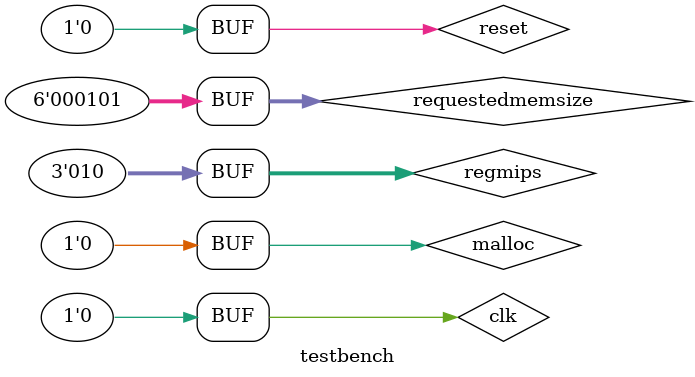
<source format=v>
module testbench();

  reg         clk;
  reg         reset;
reg malloc,free;
wire mack,frack;
reg [5:0] requestedmemsize;
reg [2:0] regmips;
  
						
  // instantiate device to be tested
  dmm_top dut(clk, reset, malloc, 
			   free,
			   mack,
			   frack,
			  requestedmemsize, regmips);
  
  // initialize test
  initial
    begin
      reset <= 1; # 22; reset <= 0;
    end

  // generate clock to sequence tests
  always
    begin
      clk <= 1; # 5; clk <= 0; # 5;
    end

  // check results
  initial
   begin
   #25;
   malloc=1;
   #10;
   malloc=0;
   requestedmemsize=5;
   regmips=2;
   end
endmodule

</source>
